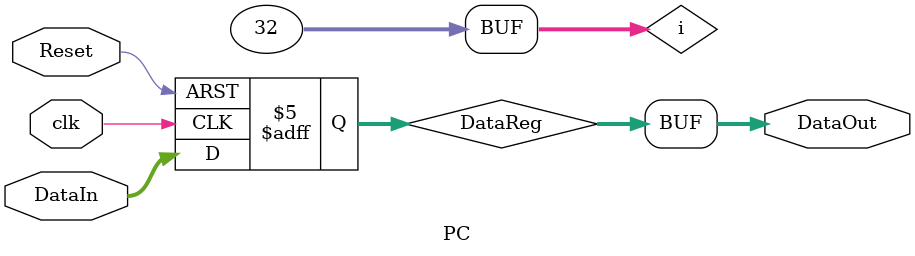
<source format=sv>
module PC (
  input [31:0]DataIn,
  input clk,
  input Reset,
  output [31:0]DataOut
);
  
reg  [31:0] DataReg;
integer i;
  initial begin 
        for(i = 0; i < 32; i++) begin
          DataReg[i] = 32'b0;//Inicializar en 0
        end
    end

assign DataOut = DataReg;//Como es un cable la asignacion es " = "

  always@(posedge clk or negedge Reset) begin
    if(Reset == 1'b0) 
		DataReg <= 0;
	else 
		DataReg <= DataIn; //Lo que entra es lo que sale 
end
  
endmodule
</source>
